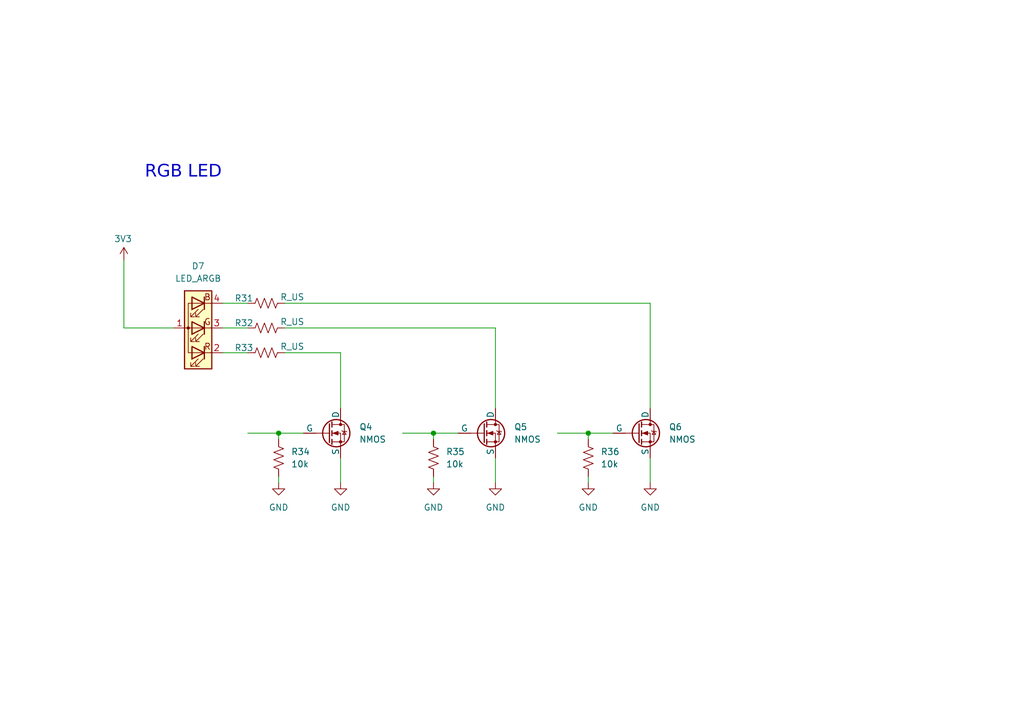
<source format=kicad_sch>
(kicad_sch (version 20231120) (generator "eeschema") (generator_version "8.0")
  (paper "A5")
  (title_block (date "2024-11-13") (rev "1.0.0") (company "Demeter") (comment 1 "Akshat Doctor"))
  (lib_symbols
    (symbol "Device:LED_ARGB" (pin_names (offset 0) hide)
      (property "Reference" "D" (at 0 9.398 0))
      (property "Value" "LED_ARGB" (at 0 -8.89 0))
      (symbol "LED_ARGB_0_0"
        (text "B" (at -1.905 -6.35 0) (effects (font (size 1.27 1.27))))
        (text "G" (at -1.905 -1.27 0) (effects (font (size 1.27 1.27))))
        (text "R" (at -1.905 3.81 0) (effects (font (size 1.27 1.27))))
      )
      (symbol "LED_ARGB_0_1"
        (polyline (pts (xy -1.27 -5.08) (xy -2.54 -5.08)))
        (polyline (pts (xy -1.27 -5.08) (xy 1.27 -5.08)))
        (polyline (pts (xy -1.27 -3.81) (xy -1.27 -6.35)) (stroke (width 0.254)))
        (polyline (pts (xy -1.27 0) (xy -2.54 0)))
        (polyline (pts (xy -1.27 1.27) (xy -1.27 -1.27)) (stroke (width 0.254)))
        (polyline (pts (xy -1.27 5.08) (xy -2.54 5.08)))
        (polyline (pts (xy -1.27 5.08) (xy 1.27 5.08)))
        (polyline (pts (xy -1.27 6.35) (xy -1.27 3.81)) (stroke (width 0.254)))
        (polyline (pts (xy 1.27 0) (xy -1.27 0)))
        (polyline (pts (xy 1.27 0) (xy 2.54 0)))
        (polyline (pts (xy -1.27 1.27) (xy -1.27 -1.27) (xy -1.27 -1.27)))
        (polyline (pts (xy -1.27 6.35) (xy -1.27 3.81) (xy -1.27 3.81)))
        (polyline (pts (xy 1.27 -5.08) (xy 2.032 -5.08) (xy 2.032 5.08) (xy 1.27 5.08)))
        (polyline (pts (xy 1.27 -3.81) (xy 1.27 -6.35) (xy -1.27 -5.08) (xy 1.27 -3.81)) (stroke (width 0.254)))
        (polyline (pts (xy 1.27 1.27) (xy 1.27 -1.27) (xy -1.27 0) (xy 1.27 1.27)) (stroke (width 0.254)))
        (polyline (pts (xy 1.27 6.35) (xy 1.27 3.81) (xy -1.27 5.08) (xy 1.27 6.35)) (stroke (width 0.254)))
        (polyline (pts (xy -1.016 -3.81) (xy 0.508 -2.286) (xy -0.254 -2.286) (xy 0.508 -2.286) (xy 0.508 -3.048)))
        (polyline (pts (xy -1.016 1.27) (xy 0.508 2.794) (xy -0.254 2.794) (xy 0.508 2.794) (xy 0.508 2.032)))
        (polyline (pts (xy -1.016 6.35) (xy 0.508 7.874) (xy -0.254 7.874) (xy 0.508 7.874) (xy 0.508 7.112)))
        (polyline (pts (xy 0 -3.81) (xy 1.524 -2.286) (xy 0.762 -2.286) (xy 1.524 -2.286) (xy 1.524 -3.048)))
        (polyline (pts (xy 0 1.27) (xy 1.524 2.794) (xy 0.762 2.794) (xy 1.524 2.794) (xy 1.524 2.032)))
        (polyline (pts (xy 0 6.35) (xy 1.524 7.874) (xy 0.762 7.874) (xy 1.524 7.874) (xy 1.524 7.112)))
        (rectangle (start 1.27 -1.27) (end 1.27 1.27))
        (rectangle (start 1.27 1.27) (end 1.27 1.27))
        (rectangle (start 1.27 3.81) (end 1.27 6.35))
        (rectangle (start 1.27 6.35) (end 1.27 6.35))
        (circle (center 2.032 0) (radius 0.254) (fill (type outline)))
        (rectangle (start 2.794 8.382) (end -2.794 -7.62) (stroke (width 0.254)) (fill (type background)))
      )
      (symbol "LED_ARGB_1_1"
        (pin passive line (at 5.08 0 180) (length 2.54) (name "A") (number "1"))
        (pin passive line (at -5.08 5.08 0) (length 2.54) (name "RK") (number "2"))
        (pin passive line (at -5.08 0 0) (length 2.54) (name "GK") (number "3"))
        (pin passive line (at -5.08 -5.08 0) (length 2.54) (name "BK") (number "4"))
      )
    )
    (symbol "Device:R_US" (pin_numbers hide) (pin_names (offset 0))
      (property "Reference" "R" (at 2.54 0 90))
      (property "Value" "R_US" (at -2.54 0 90))
      (symbol "R_US_0_1"
        (polyline (pts (xy 0 -2.286) (xy 0 -2.54)))
        (polyline (pts (xy 0 2.286) (xy 0 2.54)))
        (polyline (pts (xy 0 -0.762) (xy 1.016 -1.143) (xy 0 -1.524) (xy -1.016 -1.905) (xy 0 -2.286)))
        (polyline (pts (xy 0 0.762) (xy 1.016 0.381) (xy 0 0) (xy -1.016 -0.381) (xy 0 -0.762)))
        (polyline (pts (xy 0 2.286) (xy 1.016 1.905) (xy 0 1.524) (xy -1.016 1.143) (xy 0 0.762)))
      )
      (symbol "R_US_1_1"
        (pin passive line (at 0 3.81 270) (length 1.27) (name "~") (number "1"))
        (pin passive line (at 0 -3.81 90) (length 1.27) (name "~") (number "2"))
      )
    )
    (symbol "Simulation_SPICE:NMOS" (pin_numbers hide) (pin_names (offset 0))
      (property "Reference" "Q" (at 5.08 1.27 0))
      (property "Value" "NMOS" (at 5.08 -1.27 0))
      (symbol "NMOS_0_1"
        (polyline (pts (xy 0.254 0) (xy -2.54 0)))
        (polyline (pts (xy 0.254 1.905) (xy 0.254 -1.905)) (stroke (width 0.254)))
        (polyline (pts (xy 0.762 -1.27) (xy 0.762 -2.286)) (stroke (width 0.254)))
        (polyline (pts (xy 0.762 0.508) (xy 0.762 -0.508)) (stroke (width 0.254)))
        (polyline (pts (xy 0.762 2.286) (xy 0.762 1.27)) (stroke (width 0.254)))
        (polyline (pts (xy 2.54 2.54) (xy 2.54 1.778)))
        (polyline (pts (xy 2.54 -2.54) (xy 2.54 0) (xy 0.762 0)))
        (polyline (pts (xy 0.762 -1.778) (xy 3.302 -1.778) (xy 3.302 1.778) (xy 0.762 1.778)))
        (polyline (pts (xy 1.016 0) (xy 2.032 0.381) (xy 2.032 -0.381) (xy 1.016 0)) (fill (type outline)))
        (polyline (pts (xy 2.794 0.508) (xy 2.921 0.381) (xy 3.683 0.381) (xy 3.81 0.254)))
        (polyline (pts (xy 3.302 0.381) (xy 2.921 -0.254) (xy 3.683 -0.254) (xy 3.302 0.381)))
        (circle (center 1.651 0) (radius 2.794) (stroke (width 0.254)))
        (circle (center 2.54 -1.778) (radius 0.254) (fill (type outline)))
        (circle (center 2.54 1.778) (radius 0.254) (fill (type outline)))
      )
      (symbol "NMOS_1_1"
        (pin passive line (at 2.54 5.08 270) (length 2.54) (name "D") (number "1"))
        (pin input line (at -5.08 0 0) (length 2.54) (name "G") (number "2"))
        (pin passive line (at 2.54 -5.08 90) (length 2.54) (name "S") (number "3"))
      )
    )
    (symbol "power:+3V3" (power) (pin_numbers hide) (pin_names (offset 0) hide)
      (property "Value" "+3V3" (at 0 3.556 0))
      (symbol "+3V3_0_1"
        (polyline (pts (xy -0.762 1.27) (xy 0 2.54)))
        (polyline (pts (xy 0 0) (xy 0 2.54)))
        (polyline (pts (xy 0 2.54) (xy 0.762 1.27)))
      )
      (symbol "+3V3_1_1"
        (pin power_in line (at 0 0 90) (length 0) (name "~") (number "1"))
      )
    )
    (symbol "power:GND" (power) (pin_numbers hide) (pin_names (offset 0) hide)
      (property "Value" "GND" (at 0 -3.81 0))
      (symbol "GND_0_1"
        (polyline (pts (xy 0 0) (xy 0 -1.27) (xy 1.27 -1.27) (xy 0 -2.54) (xy -1.27 -1.27) (xy 0 -1.27)))
      )
      (symbol "GND_1_1"
        (pin power_in line (at 0 0 270) (length 0) (name "~") (number "1"))
      )
    )
  )
  (junction (at 57.15 88.9))
  (junction (at 88.9 88.9))
  (junction (at 120.65 88.9))
  (wire (pts (xy 45.72 67.31) (xy 50.8 67.31)))
  (wire (pts (xy 45.72 62.23) (xy 50.8 62.23)))
  (wire (pts (xy 57.15 97.79) (xy 57.15 99.06)))
  (wire (pts (xy 120.65 88.9) (xy 125.73 88.9)))
  (wire (pts (xy 114.3 88.9) (xy 120.65 88.9)))
  (wire (pts (xy 58.42 72.39) (xy 69.85 72.39)))
  (wire (pts (xy 58.42 62.23) (xy 133.35 62.23)))
  (wire (pts (xy 25.4 53.34) (xy 25.4 67.31)))
  (wire (pts (xy 120.65 97.79) (xy 120.65 99.06)))
  (wire (pts (xy 58.42 67.31) (xy 101.6 67.31)))
  (wire (pts (xy 120.65 88.9) (xy 120.65 90.17)))
  (wire (pts (xy 88.9 97.79) (xy 88.9 99.06)))
  (wire (pts (xy 88.9 88.9) (xy 93.98 88.9)))
  (wire (pts (xy 88.9 88.9) (xy 88.9 90.17)))
  (wire (pts (xy 101.6 93.98) (xy 101.6 99.06)))
  (wire (pts (xy 101.6 67.31) (xy 101.6 83.82)))
  (wire (pts (xy 45.72 72.39) (xy 50.8 72.39)))
  (wire (pts (xy 82.55 88.9) (xy 88.9 88.9)))
  (wire (pts (xy 57.15 88.9) (xy 62.23 88.9)))
  (wire (pts (xy 35.56 67.31) (xy 25.4 67.31)))
  (wire (pts (xy 57.15 88.9) (xy 57.15 90.17)))
  (wire (pts (xy 50.8 88.9) (xy 57.15 88.9)))
  (wire (pts (xy 69.85 93.98) (xy 69.85 99.06)))
  (wire (pts (xy 133.35 62.23) (xy 133.35 83.82)))
  (wire (pts (xy 133.35 93.98) (xy 133.35 99.06)))
  (wire (pts (xy 69.85 83.82) (xy 69.85 72.39)))
  (text "RGB LED" (at 37.592 36.068 0) (effects (font (size 2.54 2.54))))
  (symbol (lib_id "power:+3V3") (at 25.4 53.34 0) (unit 1)
    (property "Reference" "#PWR060" (effects (hide yes)))
    (property "Value" "3V3" (at 23.368 49.022 0) (effects (justify left)))
    (property "Description" "Power symbol creates a global label with name \"+3V3\"" (effects (hide yes)))
  )
  (symbol (lib_id "power:GND") (at 101.6 99.06 0) (unit 1)
    (property "Reference" "#PWR062" (effects (hide yes)))
    (property "Value" "GND" (at 101.6 104.14 0))
    (property "Description" "Power symbol creates a global label with name \"GND\" , ground" (effects (hide yes)))
  )
  (symbol (lib_id "Device:R_US") (at 54.61 62.23 90) (unit 1)
    (property "Reference" "R31" (at 50.038 61.214 90))
    (property "Value" "R_US" (at 59.944 60.96 90))
    (property "Description" "Resistor, US symbol" (effects (hide yes)))
  )
  (symbol (lib_id "Device:LED_ARGB") (at 40.64 67.31 180) (unit 1)
    (property "Reference" "D7" (at 40.64 54.61 0))
    (property "Value" "LED_ARGB" (at 40.64 57.15 0))
    (property "Description" "RGB LED, anode/red/green/blue" (effects (hide yes)))
  )
  (symbol (lib_id "Device:R_US") (at 120.65 93.98 0) (unit 1)
    (property "Reference" "R36" (at 123.19 92.7099 0) (effects (justify left)))
    (property "Value" "10k" (at 123.19 95.2499 0) (effects (justify left)))
    (property "Description" "Resistor, US symbol" (effects (hide yes)))
  )
  (symbol (lib_id "power:GND") (at 69.85 99.06 0) (unit 1)
    (property "Reference" "#PWR061" (effects (hide yes)))
    (property "Value" "GND" (at 69.85 104.14 0))
    (property "Description" "Power symbol creates a global label with name \"GND\" , ground" (effects (hide yes)))
  )
  (symbol (lib_id "power:GND") (at 88.9 99.06 0) (unit 1)
    (property "Reference" "#PWR065" (effects (hide yes)))
    (property "Value" "GND" (at 88.9 104.14 0))
    (property "Description" "Power symbol creates a global label with name \"GND\" , ground" (effects (hide yes)))
  )
  (symbol (lib_id "Simulation_SPICE:NMOS") (at 99.06 88.9 0) (unit 1)
    (property "Reference" "Q5" (at 105.41 87.6299 0) (effects (justify left)))
    (property "Value" "NMOS" (at 105.41 90.1699 0) (effects (justify left)))
    (property "Datasheet" "https://ngspice.sourceforge.io/docs/ngspice-html-manual/manual.xhtml#cha_MOSFETs" (effects (hide yes)))
    (property "Description" "N-MOSFET transistor, drain/source/gate" (effects (hide yes)))
    (property "Sim.Device" "NMOS" (effects (hide yes)))
    (property "Sim.Type" "VDMOS" (effects (hide yes)))
    (property "Sim.Pins" "1=D 2=G 3=S" (effects (hide yes)))
  )
  (symbol (lib_id "Simulation_SPICE:NMOS") (at 130.81 88.9 0) (unit 1)
    (property "Reference" "Q6" (at 137.16 87.6299 0) (effects (justify left)))
    (property "Value" "NMOS" (at 137.16 90.1699 0) (effects (justify left)))
    (property "Datasheet" "https://ngspice.sourceforge.io/docs/ngspice-html-manual/manual.xhtml#cha_MOSFETs" (effects (hide yes)))
    (property "Description" "N-MOSFET transistor, drain/source/gate" (effects (hide yes)))
    (property "Sim.Device" "NMOS" (effects (hide yes)))
    (property "Sim.Type" "VDMOS" (effects (hide yes)))
    (property "Sim.Pins" "1=D 2=G 3=S" (effects (hide yes)))
  )
  (symbol (lib_id "Device:R_US") (at 54.61 67.31 90) (unit 1)
    (property "Reference" "R32" (at 50.038 66.294 90))
    (property "Value" "R_US" (at 59.944 66.04 90))
    (property "Description" "Resistor, US symbol" (effects (hide yes)))
  )
  (symbol (lib_id "power:GND") (at 57.15 99.06 0) (unit 1)
    (property "Reference" "#PWR064" (effects (hide yes)))
    (property "Value" "GND" (at 57.15 104.14 0))
    (property "Description" "Power symbol creates a global label with name \"GND\" , ground" (effects (hide yes)))
  )
  (symbol (lib_id "Device:R_US") (at 88.9 93.98 0) (unit 1)
    (property "Reference" "R35" (at 91.44 92.7099 0) (effects (justify left)))
    (property "Value" "10k" (at 91.44 95.2499 0) (effects (justify left)))
    (property "Description" "Resistor, US symbol" (effects (hide yes)))
  )
  (symbol (lib_id "Device:R_US") (at 54.61 72.39 90) (unit 1)
    (property "Reference" "R33" (at 50.038 71.374 90))
    (property "Value" "R_US" (at 59.944 71.12 90))
    (property "Description" "Resistor, US symbol" (effects (hide yes)))
  )
  (symbol (lib_id "Device:R_US") (at 57.15 93.98 0) (unit 1)
    (property "Reference" "R34" (at 59.69 92.7099 0) (effects (justify left)))
    (property "Value" "10k" (at 59.69 95.2499 0) (effects (justify left)))
    (property "Description" "Resistor, US symbol" (effects (hide yes)))
  )
  (symbol (lib_id "power:GND") (at 120.65 99.06 0) (unit 1)
    (property "Reference" "#PWR066" (effects (hide yes)))
    (property "Value" "GND" (at 120.65 104.14 0))
    (property "Description" "Power symbol creates a global label with name \"GND\" , ground" (effects (hide yes)))
  )
  (symbol (lib_id "power:GND") (at 133.35 99.06 0) (unit 1)
    (property "Reference" "#PWR063" (effects (hide yes)))
    (property "Value" "GND" (at 133.35 104.14 0))
    (property "Description" "Power symbol creates a global label with name \"GND\" , ground" (effects (hide yes)))
  )
  (symbol (lib_id "Simulation_SPICE:NMOS") (at 67.31 88.9 0) (unit 1)
    (property "Reference" "Q4" (at 73.66 87.6299 0) (effects (justify left)))
    (property "Value" "NMOS" (at 73.66 90.1699 0) (effects (justify left)))
    (property "Datasheet" "https://ngspice.sourceforge.io/docs/ngspice-html-manual/manual.xhtml#cha_MOSFETs" (effects (hide yes)))
    (property "Description" "N-MOSFET transistor, drain/source/gate" (effects (hide yes)))
    (property "Sim.Device" "NMOS" (effects (hide yes)))
    (property "Sim.Type" "VDMOS" (effects (hide yes)))
    (property "Sim.Pins" "1=D 2=G 3=S" (effects (hide yes)))
  )
)
</source>
